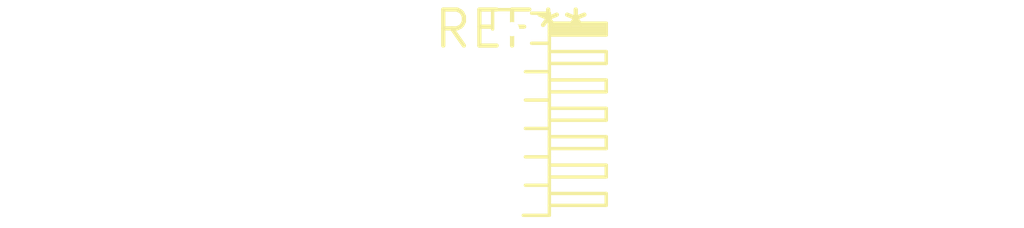
<source format=kicad_pcb>
(kicad_pcb (version 20240108) (generator pcbnew)
  (layers (0 "F.Cu" signal) (31 "B.Cu" signal) (34 "B.Paste" user) (35 "F.Paste" user) (36 "B.SilkS" user "B.Silkscreen") (37 "F.SilkS" user "F.Silkscreen") (38 "B.Mask" user) (39 "F.Mask" user) (44 "Edge.Cuts" user))
  (net 0 "")
  (footprint "PinHeader_1x07_P1.00mm_Horizontal" (layer "F.Cu") (at 0 0)
    (property "Reference" "REF**")
    (property "Value" "PinHeader_1x07_P1.00mm_Horizontal")
    (fp_line (start -0.685 -0.685) (end 0 -0.685) (layer "F.SilkS") (stroke (width 0.12)))
    (fp_line (start -0.685 0) (end -0.685 -0.685) (layer "F.SilkS") (stroke (width 0.12)))
    (fp_line (start 0.468215 1.5) (end 1.31 1.5) (layer "F.SilkS") (stroke (width 0.12)))
    (fp_line (start 0.468215 2.5) (end 1.31 2.5) (layer "F.SilkS") (stroke (width 0.12)))
    (fp_line (start 0.468215 3.5) (end 1.31 3.5) (layer "F.SilkS") (stroke (width 0.12)))
    (fp_line (start 0.468215 4.5) (end 1.31 4.5) (layer "F.SilkS") (stroke (width 0.12)))
    (fp_line (start 0.468215 5.5) (end 1.31 5.5) (layer "F.SilkS") (stroke (width 0.12)))
    (fp_line (start 0.685 -0.56) (end 1.31 -0.56) (layer "F.SilkS") (stroke (width 0.12)))
    (fp_line (start 0.685 0.5) (end 1.31 0.5) (layer "F.SilkS") (stroke (width 0.12)))
    (fp_line (start 1.31 -0.56) (end 1.31 6.56) (layer "F.SilkS") (stroke (width 0.12)))
    (fp_line (start 1.31 -0.21) (end 3.31 -0.21) (layer "F.SilkS") (stroke (width 0.12)))
    (fp_line (start 1.31 -0.15) (end 3.31 -0.15) (layer "F.SilkS") (stroke (width 0.12)))
    (fp_line (start 1.31 -0.03) (end 3.31 -0.03) (layer "F.SilkS") (stroke (width 0.12)))
    (fp_line (start 1.31 0.09) (end 3.31 0.09) (layer "F.SilkS") (stroke (width 0.12)))
    (fp_line (start 1.31 0.79) (end 3.31 0.79) (layer "F.SilkS") (stroke (width 0.12)))
    (fp_line (start 1.31 1.79) (end 3.31 1.79) (layer "F.SilkS") (stroke (width 0.12)))
    (fp_line (start 1.31 2.79) (end 3.31 2.79) (layer "F.SilkS") (stroke (width 0.12)))
    (fp_line (start 1.31 3.79) (end 3.31 3.79) (layer "F.SilkS") (stroke (width 0.12)))
    (fp_line (start 1.31 4.79) (end 3.31 4.79) (layer "F.SilkS") (stroke (width 0.12)))
    (fp_line (start 1.31 5.79) (end 3.31 5.79) (layer "F.SilkS") (stroke (width 0.12)))
    (fp_line (start 1.31 6.56) (end 0.394493 6.56) (layer "F.SilkS") (stroke (width 0.12)))
    (fp_line (start 3.31 -0.21) (end 3.31 0.21) (layer "F.SilkS") (stroke (width 0.12)))
    (fp_line (start 3.31 0.21) (end 1.31 0.21) (layer "F.SilkS") (stroke (width 0.12)))
    (fp_line (start 3.31 0.79) (end 3.31 1.21) (layer "F.SilkS") (stroke (width 0.12)))
    (fp_line (start 3.31 1.21) (end 1.31 1.21) (layer "F.SilkS") (stroke (width 0.12)))
    (fp_line (start 3.31 1.79) (end 3.31 2.21) (layer "F.SilkS") (stroke (width 0.12)))
    (fp_line (start 3.31 2.21) (end 1.31 2.21) (layer "F.SilkS") (stroke (width 0.12)))
    (fp_line (start 3.31 2.79) (end 3.31 3.21) (layer "F.SilkS") (stroke (width 0.12)))
    (fp_line (start 3.31 3.21) (end 1.31 3.21) (layer "F.SilkS") (stroke (width 0.12)))
    (fp_line (start 3.31 3.79) (end 3.31 4.21) (layer "F.SilkS") (stroke (width 0.12)))
    (fp_line (start 3.31 4.21) (end 1.31 4.21) (layer "F.SilkS") (stroke (width 0.12)))
    (fp_line (start 3.31 4.79) (end 3.31 5.21) (layer "F.SilkS") (stroke (width 0.12)))
    (fp_line (start 3.31 5.21) (end 1.31 5.21) (layer "F.SilkS") (stroke (width 0.12)))
    (fp_line (start 3.31 5.79) (end 3.31 6.21) (layer "F.SilkS") (stroke (width 0.12)))
    (fp_line (start 3.31 6.21) (end 1.31 6.21) (layer "F.SilkS") (stroke (width 0.12)))
    (pad "1" thru_hole rect (at 0 0) (size 0.85 0.85) (drill 0.5) (layers *.Cu *.Mask) (remove_unused_layers))
    (pad "2" thru_hole oval (at 0 1) (size 0.85 0.85) (drill 0.5) (layers *.Cu *.Mask) (remove_unused_layers))
    (pad "3" thru_hole oval (at 0 2) (size 0.85 0.85) (drill 0.5) (layers *.Cu *.Mask) (remove_unused_layers))
    (pad "4" thru_hole oval (at 0 3) (size 0.85 0.85) (drill 0.5) (layers *.Cu *.Mask) (remove_unused_layers))
    (pad "5" thru_hole oval (at 0 4) (size 0.85 0.85) (drill 0.5) (layers *.Cu *.Mask) (remove_unused_layers))
    (pad "6" thru_hole oval (at 0 5) (size 0.85 0.85) (drill 0.5) (layers *.Cu *.Mask) (remove_unused_layers))
    (pad "7" thru_hole oval (at 0 6) (size 0.85 0.85) (drill 0.5) (layers *.Cu *.Mask) (remove_unused_layers))
  )
)
</source>
